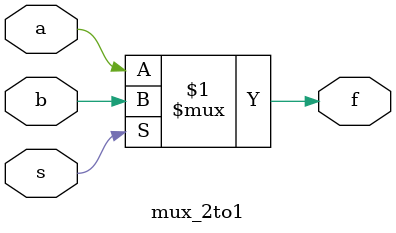
<source format=v>
module mux_2to1 #(parameter n=1) (f, s, a, b);
    input [n-1:0] a;
    input [n-1:0] b;
    input s;
    output [n-1:0] f;
    assign f = s ? b : a;
endmodule

</source>
